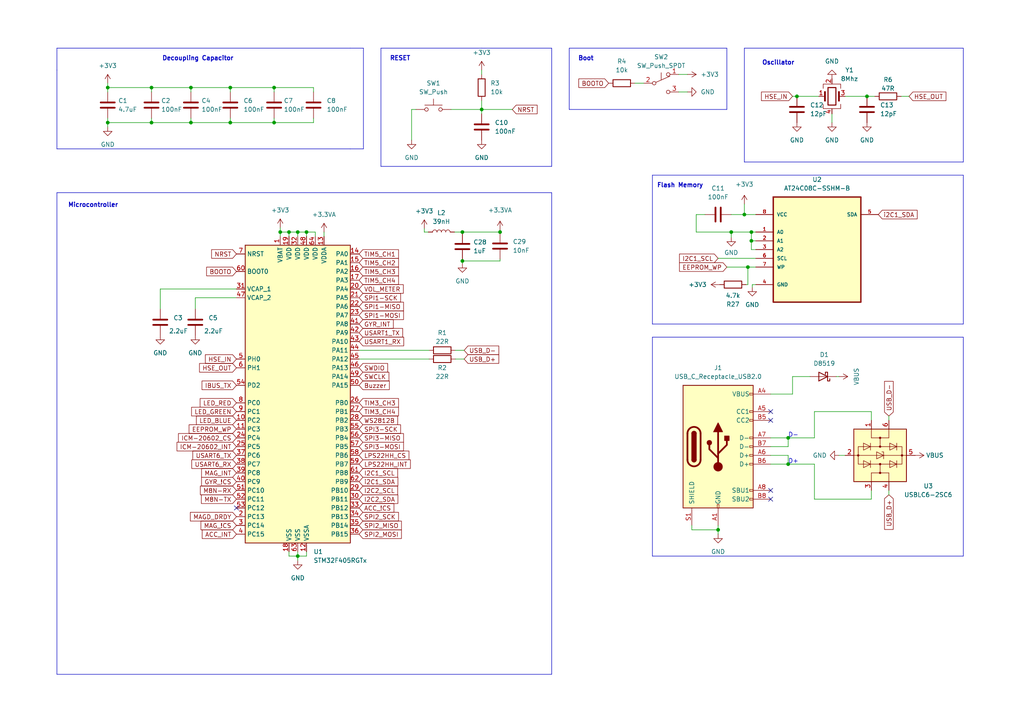
<source format=kicad_sch>
(kicad_sch (version 20230121) (generator eeschema)
  (paper "A4")
  (lib_symbols
    (symbol "AT24C08C-SSHM-B:AT24C08C-SSHM-B" (pin_names (offset 1.016))
      (property "Reference" "U" (at -5.4936 13.5813 0))
      (property "Value" "AT24C08C-SSHM-B" (at -4.7401 -20.617 0))
      (symbol "AT24C08C-SSHM-B_0_0"
        (rectangle (start -12.7 -17.78) (end 12.7 12.7) (stroke (width 0.4064)) (fill (type background)))
        (pin input line (at -17.78 2.54 0) (length 5.08) (name "A0") (number "1"))
        (pin input line (at -17.78 0 0) (length 5.08) (name "A1") (number "2"))
        (pin input line (at -17.78 -2.54 0) (length 5.08) (name "A2") (number "3"))
        (pin passive line (at -17.78 -12.7 0) (length 5.08) (name "GND") (number "4"))
        (pin bidirectional line (at 17.78 7.62 180) (length 5.08) (name "SDA") (number "5"))
        (pin input line (at -17.78 -5.08 0) (length 5.08) (name "SCL") (number "6"))
        (pin input line (at -17.78 -7.62 0) (length 5.08) (name "WP") (number "7"))
        (pin power_in line (at -17.78 7.62 0) (length 5.08) (name "VCC") (number "8"))
      )
    )
    (symbol "Connector:USB_C_Receptacle_USB2.0" (pin_names (offset 1.016))
      (property "Reference" "J" (at -10.16 19.05 0))
      (property "Value" "USB_C_Receptacle_USB2.0" (at 19.05 19.05 0))
      (symbol "USB_C_Receptacle_USB2.0_0_0"
        (rectangle (start -0.254 -17.78) (end 0.254 -16.764))
        (rectangle (start 10.16 -14.986) (end 9.144 -15.494))
        (rectangle (start 10.16 -12.446) (end 9.144 -12.954))
        (rectangle (start 10.16 -4.826) (end 9.144 -5.334))
        (rectangle (start 10.16 -2.286) (end 9.144 -2.794))
        (rectangle (start 10.16 0.254) (end 9.144 -0.254))
        (rectangle (start 10.16 2.794) (end 9.144 2.286))
        (rectangle (start 10.16 7.874) (end 9.144 7.366))
        (rectangle (start 10.16 10.414) (end 9.144 9.906))
        (rectangle (start 10.16 15.494) (end 9.144 14.986))
      )
      (symbol "USB_C_Receptacle_USB2.0_0_1"
        (rectangle (start -10.16 17.78) (end 10.16 -17.78) (stroke (width 0.254)) (fill (type background)))
        (arc (start -8.89 -3.81) (mid -6.985 -5.7067) (end -5.08 -3.81) (stroke (width 0.508)))
        (arc (start -7.62 -3.81) (mid -6.985 -4.4423) (end -6.35 -3.81) (stroke (width 0.254)))
        (arc (start -7.62 -3.81) (mid -6.985 -4.4423) (end -6.35 -3.81) (stroke (width 0.254)) (fill (type outline)))
        (rectangle (start -7.62 -3.81) (end -6.35 3.81) (stroke (width 0.254)) (fill (type outline)))
        (arc (start -6.35 3.81) (mid -6.985 4.4423) (end -7.62 3.81) (stroke (width 0.254)))
        (arc (start -6.35 3.81) (mid -6.985 4.4423) (end -7.62 3.81) (stroke (width 0.254)) (fill (type outline)))
        (arc (start -5.08 3.81) (mid -6.985 5.7067) (end -8.89 3.81) (stroke (width 0.508)))
        (circle (center -2.54 1.143) (radius 0.635) (stroke (width 0.254)) (fill (type outline)))
        (circle (center 0 -5.842) (radius 1.27) (fill (type outline)))
        (polyline (pts (xy -8.89 -3.81) (xy -8.89 3.81)) (stroke (width 0.508)))
        (polyline (pts (xy -5.08 3.81) (xy -5.08 -3.81)) (stroke (width 0.508)))
        (polyline (pts (xy 0 -5.842) (xy 0 4.318)) (stroke (width 0.508)))
        (polyline (pts (xy 0 -3.302) (xy -2.54 -0.762) (xy -2.54 0.508)) (stroke (width 0.508)))
        (polyline (pts (xy 0 -2.032) (xy 2.54 0.508) (xy 2.54 1.778)) (stroke (width 0.508)))
        (polyline (pts (xy -1.27 4.318) (xy 0 6.858) (xy 1.27 4.318) (xy -1.27 4.318)) (stroke (width 0.254)) (fill (type outline)))
        (rectangle (start 1.905 1.778) (end 3.175 3.048) (stroke (width 0.254)) (fill (type outline)))
      )
      (symbol "USB_C_Receptacle_USB2.0_1_1"
        (pin passive line (at 0 -22.86 90) (length 5.08) (name "GND") (number "A1"))
        (pin passive line (at 0 -22.86 90) (length 5.08) hide (name "GND") (number "A12"))
        (pin passive line (at 15.24 15.24 180) (length 5.08) (name "VBUS") (number "A4"))
        (pin bidirectional line (at 15.24 10.16 180) (length 5.08) (name "CC1") (number "A5"))
        (pin bidirectional line (at 15.24 -2.54 180) (length 5.08) (name "D+") (number "A6"))
        (pin bidirectional line (at 15.24 2.54 180) (length 5.08) (name "D-") (number "A7"))
        (pin bidirectional line (at 15.24 -12.7 180) (length 5.08) (name "SBU1") (number "A8"))
        (pin passive line (at 15.24 15.24 180) (length 5.08) hide (name "VBUS") (number "A9"))
        (pin passive line (at 0 -22.86 90) (length 5.08) hide (name "GND") (number "B1"))
        (pin passive line (at 0 -22.86 90) (length 5.08) hide (name "GND") (number "B12"))
        (pin passive line (at 15.24 15.24 180) (length 5.08) hide (name "VBUS") (number "B4"))
        (pin bidirectional line (at 15.24 7.62 180) (length 5.08) (name "CC2") (number "B5"))
        (pin bidirectional line (at 15.24 -5.08 180) (length 5.08) (name "D+") (number "B6"))
        (pin bidirectional line (at 15.24 0 180) (length 5.08) (name "D-") (number "B7"))
        (pin bidirectional line (at 15.24 -15.24 180) (length 5.08) (name "SBU2") (number "B8"))
        (pin passive line (at 15.24 15.24 180) (length 5.08) hide (name "VBUS") (number "B9"))
        (pin passive line (at -7.62 -22.86 90) (length 5.08) (name "SHIELD") (number "S1"))
      )
    )
    (symbol "Device:C" (pin_numbers hide) (pin_names (offset 0.254))
      (property "Reference" "C" (at 0.635 2.54 0))
      (property "Value" "C" (at 0.635 -2.54 0))
      (symbol "C_0_1"
        (polyline (pts (xy -2.032 -0.762) (xy 2.032 -0.762)) (stroke (width 0.508)))
        (polyline (pts (xy -2.032 0.762) (xy 2.032 0.762)) (stroke (width 0.508)))
      )
      (symbol "C_1_1"
        (pin passive line (at 0 3.81 270) (length 2.794) (name "~") (number "1"))
        (pin passive line (at 0 -3.81 90) (length 2.794) (name "~") (number "2"))
      )
    )
    (symbol "Device:Crystal_GND24" (pin_names (offset 1.016) hide)
      (property "Reference" "Y" (at 3.175 5.08 0))
      (property "Value" "Crystal_GND24" (at 3.175 3.175 0))
      (symbol "Crystal_GND24_0_1"
        (rectangle (start -1.143 2.54) (end 1.143 -2.54) (stroke (width 0.3048)))
        (polyline (pts (xy -2.54 0) (xy -2.032 0)))
        (polyline (pts (xy -2.032 -1.27) (xy -2.032 1.27)) (stroke (width 0.508)))
        (polyline (pts (xy 0 -3.81) (xy 0 -3.556)))
        (polyline (pts (xy 0 3.556) (xy 0 3.81)))
        (polyline (pts (xy 2.032 -1.27) (xy 2.032 1.27)) (stroke (width 0.508)))
        (polyline (pts (xy 2.032 0) (xy 2.54 0)))
        (polyline (pts (xy -2.54 -2.286) (xy -2.54 -3.556) (xy 2.54 -3.556) (xy 2.54 -2.286)))
        (polyline (pts (xy -2.54 2.286) (xy -2.54 3.556) (xy 2.54 3.556) (xy 2.54 2.286)))
      )
      (symbol "Crystal_GND24_1_1"
        (pin passive line (at -3.81 0 0) (length 1.27) (name "1") (number "1"))
        (pin passive line (at 0 5.08 270) (length 1.27) (name "2") (number "2"))
        (pin passive line (at 3.81 0 180) (length 1.27) (name "3") (number "3"))
        (pin passive line (at 0 -5.08 90) (length 1.27) (name "4") (number "4"))
      )
    )
    (symbol "Device:L" (pin_numbers hide) (pin_names (offset 1.016) hide)
      (property "Reference" "L" (at -1.27 0 90))
      (property "Value" "L" (at 1.905 0 90))
      (symbol "L_0_1"
        (arc (start 0 -2.54) (mid 0.6323 -1.905) (end 0 -1.27))
        (arc (start 0 -1.27) (mid 0.6323 -0.635) (end 0 0))
        (arc (start 0 0) (mid 0.6323 0.635) (end 0 1.27))
        (arc (start 0 1.27) (mid 0.6323 1.905) (end 0 2.54))
      )
      (symbol "L_1_1"
        (pin passive line (at 0 3.81 270) (length 1.27) (name "1") (number "1"))
        (pin passive line (at 0 -3.81 90) (length 1.27) (name "2") (number "2"))
      )
    )
    (symbol "Device:R" (pin_numbers hide) (pin_names (offset 0))
      (property "Reference" "R" (at 2.032 0 90))
      (property "Value" "R" (at 0 0 90))
      (symbol "R_0_1"
        (rectangle (start -1.016 -2.54) (end 1.016 2.54) (stroke (width 0.254)))
      )
      (symbol "R_1_1"
        (pin passive line (at 0 3.81 270) (length 1.27) (name "~") (number "1"))
        (pin passive line (at 0 -3.81 90) (length 1.27) (name "~") (number "2"))
      )
    )
    (symbol "Diode:C3D10170H" (pin_numbers hide) (pin_names (offset 1.016) hide)
      (property "Reference" "D" (at 0 2.54 0))
      (property "Value" "C3D10170H" (at 0 -2.54 0))
      (symbol "C3D10170H_0_1"
        (polyline (pts (xy 1.27 0) (xy -1.27 0)))
        (polyline (pts (xy 1.27 1.27) (xy 1.27 -1.27) (xy -1.27 0) (xy 1.27 1.27)) (stroke (width 0.254)))
        (polyline (pts (xy -1.905 0.635) (xy -1.905 1.27) (xy -1.27 1.27) (xy -1.27 -1.27) (xy -0.635 -1.27) (xy -0.635 -0.635)) (stroke (width 0.254)))
      )
      (symbol "C3D10170H_1_1"
        (pin passive line (at -3.81 0 0) (length 2.54) (name "K") (number "1"))
        (pin passive line (at 3.81 0 180) (length 2.54) (name "A") (number "2"))
      )
    )
    (symbol "MCU_ST_STM32F4:STM32F405RGTx"
      (property "Reference" "U" (at -15.24 44.45 0))
      (property "Value" "STM32F405RGTx" (at 10.16 44.45 0))
      (symbol "STM32F405RGTx_0_1"
        (rectangle (start -15.24 -43.18) (end 15.24 43.18) (stroke (width 0.254)) (fill (type background)))
      )
      (symbol "STM32F405RGTx_1_1"
        (pin power_in line (at -5.08 45.72 270) (length 2.54) (name "VBAT") (number "1"))
        (pin bidirectional line (at -17.78 -7.62 0) (length 2.54) (name "PC2") (number "10"))
        (pin bidirectional line (at -17.78 -10.16 0) (length 2.54) (name "PC3") (number "11"))
        (pin power_in line (at 2.54 -45.72 90) (length 2.54) (name "VSSA") (number "12"))
        (pin power_in line (at 7.62 45.72 270) (length 2.54) (name "VDDA") (number "13"))
        (pin bidirectional line (at 17.78 40.64 180) (length 2.54) (name "PA0") (number "14"))
        (pin bidirectional line (at 17.78 38.1 180) (length 2.54) (name "PA1") (number "15"))
        (pin bidirectional line (at 17.78 35.56 180) (length 2.54) (name "PA2") (number "16"))
        (pin bidirectional line (at 17.78 33.02 180) (length 2.54) (name "PA3") (number "17"))
        (pin power_in line (at -2.54 -45.72 90) (length 2.54) (name "VSS") (number "18"))
        (pin power_in line (at -2.54 45.72 270) (length 2.54) (name "VDD") (number "19"))
        (pin bidirectional line (at -17.78 -35.56 0) (length 2.54) (name "PC13") (number "2"))
        (pin bidirectional line (at 17.78 30.48 180) (length 2.54) (name "PA4") (number "20"))
        (pin bidirectional line (at 17.78 27.94 180) (length 2.54) (name "PA5") (number "21"))
        (pin bidirectional line (at 17.78 25.4 180) (length 2.54) (name "PA6") (number "22"))
        (pin bidirectional line (at 17.78 22.86 180) (length 2.54) (name "PA7") (number "23"))
        (pin bidirectional line (at -17.78 -12.7 0) (length 2.54) (name "PC4") (number "24"))
        (pin bidirectional line (at -17.78 -15.24 0) (length 2.54) (name "PC5") (number "25"))
        (pin bidirectional line (at 17.78 -2.54 180) (length 2.54) (name "PB0") (number "26"))
        (pin bidirectional line (at 17.78 -5.08 180) (length 2.54) (name "PB1") (number "27"))
        (pin bidirectional line (at 17.78 -7.62 180) (length 2.54) (name "PB2") (number "28"))
        (pin bidirectional line (at 17.78 -27.94 180) (length 2.54) (name "PB10") (number "29"))
        (pin bidirectional line (at -17.78 -38.1 0) (length 2.54) (name "PC14") (number "3"))
        (pin bidirectional line (at 17.78 -30.48 180) (length 2.54) (name "PB11") (number "30"))
        (pin power_in line (at -17.78 30.48 0) (length 2.54) (name "VCAP_1") (number "31"))
        (pin power_in line (at 0 45.72 270) (length 2.54) (name "VDD") (number "32"))
        (pin bidirectional line (at 17.78 -33.02 180) (length 2.54) (name "PB12") (number "33"))
        (pin bidirectional line (at 17.78 -35.56 180) (length 2.54) (name "PB13") (number "34"))
        (pin bidirectional line (at 17.78 -38.1 180) (length 2.54) (name "PB14") (number "35"))
        (pin bidirectional line (at 17.78 -40.64 180) (length 2.54) (name "PB15") (number "36"))
        (pin bidirectional line (at -17.78 -17.78 0) (length 2.54) (name "PC6") (number "37"))
        (pin bidirectional line (at -17.78 -20.32 0) (length 2.54) (name "PC7") (number "38"))
        (pin bidirectional line (at -17.78 -22.86 0) (length 2.54) (name "PC8") (number "39"))
        (pin bidirectional line (at -17.78 -40.64 0) (length 2.54) (name "PC15") (number "4"))
        (pin bidirectional line (at -17.78 -25.4 0) (length 2.54) (name "PC9") (number "40"))
        (pin bidirectional line (at 17.78 20.32 180) (length 2.54) (name "PA8") (number "41"))
        (pin bidirectional line (at 17.78 17.78 180) (length 2.54) (name "PA9") (number "42"))
        (pin bidirectional line (at 17.78 15.24 180) (length 2.54) (name "PA10") (number "43"))
        (pin bidirectional line (at 17.78 12.7 180) (length 2.54) (name "PA11") (number "44"))
        (pin bidirectional line (at 17.78 10.16 180) (length 2.54) (name "PA12") (number "45"))
        (pin bidirectional line (at 17.78 7.62 180) (length 2.54) (name "PA13") (number "46"))
        (pin power_in line (at -17.78 27.94 0) (length 2.54) (name "VCAP_2") (number "47"))
        (pin power_in line (at 2.54 45.72 270) (length 2.54) (name "VDD") (number "48"))
        (pin bidirectional line (at 17.78 5.08 180) (length 2.54) (name "PA14") (number "49"))
        (pin input line (at -17.78 10.16 0) (length 2.54) (name "PH0") (number "5"))
        (pin bidirectional line (at 17.78 2.54 180) (length 2.54) (name "PA15") (number "50"))
        (pin bidirectional line (at -17.78 -27.94 0) (length 2.54) (name "PC10") (number "51"))
        (pin bidirectional line (at -17.78 -30.48 0) (length 2.54) (name "PC11") (number "52"))
        (pin bidirectional line (at -17.78 -33.02 0) (length 2.54) (name "PC12") (number "53"))
        (pin bidirectional line (at -17.78 2.54 0) (length 2.54) (name "PD2") (number "54"))
        (pin bidirectional line (at 17.78 -10.16 180) (length 2.54) (name "PB3") (number "55"))
        (pin bidirectional line (at 17.78 -12.7 180) (length 2.54) (name "PB4") (number "56"))
        (pin bidirectional line (at 17.78 -15.24 180) (length 2.54) (name "PB5") (number "57"))
        (pin bidirectional line (at 17.78 -17.78 180) (length 2.54) (name "PB6") (number "58"))
        (pin bidirectional line (at 17.78 -20.32 180) (length 2.54) (name "PB7") (number "59"))
        (pin input line (at -17.78 7.62 0) (length 2.54) (name "PH1") (number "6"))
        (pin input line (at -17.78 35.56 0) (length 2.54) (name "BOOT0") (number "60"))
        (pin bidirectional line (at 17.78 -22.86 180) (length 2.54) (name "PB8") (number "61"))
        (pin bidirectional line (at 17.78 -25.4 180) (length 2.54) (name "PB9") (number "62"))
        (pin power_in line (at 0 -45.72 90) (length 2.54) (name "VSS") (number "63"))
        (pin power_in line (at 5.08 45.72 270) (length 2.54) (name "VDD") (number "64"))
        (pin input line (at -17.78 40.64 0) (length 2.54) (name "NRST") (number "7"))
        (pin bidirectional line (at -17.78 -2.54 0) (length 2.54) (name "PC0") (number "8"))
        (pin bidirectional line (at -17.78 -5.08 0) (length 2.54) (name "PC1") (number "9"))
      )
    )
    (symbol "Power_Protection:USBLC6-2SC6" (pin_names hide)
      (property "Reference" "U" (at 2.54 8.89 0))
      (property "Value" "USBLC6-2SC6" (at 2.54 -8.89 0))
      (symbol "USBLC6-2SC6_0_1"
        (rectangle (start -7.62 -7.62) (end 7.62 7.62) (stroke (width 0.254)) (fill (type background)))
        (circle (center -5.08 0) (radius 0.254) (fill (type outline)))
        (circle (center -2.54 0) (radius 0.254) (fill (type outline)))
        (rectangle (start -2.54 6.35) (end 2.54 -6.35))
        (circle (center 0 -6.35) (radius 0.254) (fill (type outline)))
        (polyline (pts (xy -5.08 -2.54) (xy -7.62 -2.54)))
        (polyline (pts (xy -5.08 0) (xy -5.08 -2.54)))
        (polyline (pts (xy -5.08 2.54) (xy -7.62 2.54)))
        (polyline (pts (xy -1.524 -2.794) (xy -3.556 -2.794)))
        (polyline (pts (xy -1.524 4.826) (xy -3.556 4.826)))
        (polyline (pts (xy 0 -7.62) (xy 0 -6.35)))
        (polyline (pts (xy 0 -6.35) (xy 0 1.27)))
        (polyline (pts (xy 0 1.27) (xy 0 6.35)))
        (polyline (pts (xy 0 6.35) (xy 0 7.62)))
        (polyline (pts (xy 1.524 -2.794) (xy 3.556 -2.794)))
        (polyline (pts (xy 1.524 4.826) (xy 3.556 4.826)))
        (polyline (pts (xy 5.08 -2.54) (xy 7.62 -2.54)))
        (polyline (pts (xy 5.08 0) (xy 5.08 -2.54)))
        (polyline (pts (xy 5.08 2.54) (xy 7.62 2.54)))
        (polyline (pts (xy -2.54 0) (xy -5.08 0) (xy -5.08 2.54)))
        (polyline (pts (xy 2.54 0) (xy 5.08 0) (xy 5.08 2.54)))
        (polyline (pts (xy -3.556 -4.826) (xy -1.524 -4.826) (xy -2.54 -2.794) (xy -3.556 -4.826)))
        (polyline (pts (xy -3.556 2.794) (xy -1.524 2.794) (xy -2.54 4.826) (xy -3.556 2.794)))
        (polyline (pts (xy -1.016 -1.016) (xy 1.016 -1.016) (xy 0 1.016) (xy -1.016 -1.016)))
        (polyline (pts (xy 1.016 1.016) (xy 0.762 1.016) (xy -1.016 1.016) (xy -1.016 0.508)))
        (polyline (pts (xy 3.556 -4.826) (xy 1.524 -4.826) (xy 2.54 -2.794) (xy 3.556 -4.826)))
        (polyline (pts (xy 3.556 2.794) (xy 1.524 2.794) (xy 2.54 4.826) (xy 3.556 2.794)))
        (circle (center 0 6.35) (radius 0.254) (fill (type outline)))
        (circle (center 2.54 0) (radius 0.254) (fill (type outline)))
        (circle (center 5.08 0) (radius 0.254) (fill (type outline)))
      )
      (symbol "USBLC6-2SC6_1_1"
        (pin passive line (at -10.16 -2.54 0) (length 2.54) (name "I/O1") (number "1"))
        (pin passive line (at 0 -10.16 90) (length 2.54) (name "GND") (number "2"))
        (pin passive line (at 10.16 -2.54 180) (length 2.54) (name "I/O2") (number "3"))
        (pin passive line (at 10.16 2.54 180) (length 2.54) (name "I/O2") (number "4"))
        (pin passive line (at 0 10.16 270) (length 2.54) (name "VBUS") (number "5"))
        (pin passive line (at -10.16 2.54 0) (length 2.54) (name "I/O1") (number "6"))
      )
    )
    (symbol "Switch:SW_Push" (pin_numbers hide) (pin_names (offset 1.016) hide)
      (property "Reference" "SW" (at 1.27 2.54 0))
      (property "Value" "SW_Push" (at 0 -1.524 0))
      (symbol "SW_Push_0_1"
        (circle (center -2.032 0) (radius 0.508))
        (polyline (pts (xy 0 1.27) (xy 0 3.048)))
        (polyline (pts (xy 2.54 1.27) (xy -2.54 1.27)))
        (circle (center 2.032 0) (radius 0.508))
        (pin passive line (at -5.08 0 0) (length 2.54) (name "1") (number "1"))
        (pin passive line (at 5.08 0 180) (length 2.54) (name "2") (number "2"))
      )
    )
    (symbol "Switch:SW_Push_SPDT" (pin_names (offset 0) hide)
      (property "Reference" "SW" (at 0 4.318 0))
      (property "Value" "SW_Push_SPDT" (at 0 -5.08 0))
      (symbol "SW_Push_SPDT_0_0"
        (circle (center -2.032 0) (radius 0.508))
        (polyline (pts (xy 0 1.016) (xy 0 3.048)))
        (circle (center 2.032 -2.54) (radius 0.508))
      )
      (symbol "SW_Push_SPDT_0_1"
        (polyline (pts (xy -1.524 0.254) (xy 2.54 2.032)))
        (circle (center 2.032 2.54) (radius 0.508))
      )
      (symbol "SW_Push_SPDT_1_1"
        (pin passive line (at 5.08 2.54 180) (length 2.54) (name "A") (number "1"))
        (pin passive line (at -5.08 0 0) (length 2.54) (name "B") (number "2"))
        (pin passive line (at 5.08 -2.54 180) (length 2.54) (name "C") (number "3"))
      )
    )
    (symbol "power:+3.3V" (power) (pin_names (offset 0))
      (property "Value" "+3.3V" (at 0 3.556 0))
      (symbol "+3.3V_0_1"
        (polyline (pts (xy -0.762 1.27) (xy 0 2.54)))
        (polyline (pts (xy 0 0) (xy 0 2.54)))
        (polyline (pts (xy 0 2.54) (xy 0.762 1.27)))
      )
      (symbol "+3.3V_1_1"
        (pin power_in line (at 0 0 90) (length 0) hide (name "+3V3") (number "1"))
      )
    )
    (symbol "power:+3.3VA" (power) (pin_names (offset 0))
      (property "Value" "+3.3VA" (at 0 3.556 0))
      (symbol "+3.3VA_0_1"
        (polyline (pts (xy -0.762 1.27) (xy 0 2.54)))
        (polyline (pts (xy 0 0) (xy 0 2.54)))
        (polyline (pts (xy 0 2.54) (xy 0.762 1.27)))
      )
      (symbol "+3.3VA_1_1"
        (pin power_in line (at 0 0 90) (length 0) hide (name "+3.3VA") (number "1"))
      )
    )
    (symbol "power:GND" (power) (pin_names (offset 0))
      (property "Value" "GND" (at 0 -3.81 0))
      (symbol "GND_0_1"
        (polyline (pts (xy 0 0) (xy 0 -1.27) (xy 1.27 -1.27) (xy 0 -2.54) (xy -1.27 -1.27) (xy 0 -1.27)))
      )
      (symbol "GND_1_1"
        (pin power_in line (at 0 0 270) (length 0) hide (name "GND") (number "1"))
      )
    )
    (symbol "power:VBUS" (power) (pin_names (offset 0))
      (property "Value" "VBUS" (at 0 3.81 0))
      (symbol "VBUS_0_1"
        (polyline (pts (xy -0.762 1.27) (xy 0 2.54)))
        (polyline (pts (xy 0 0) (xy 0 2.54)))
        (polyline (pts (xy 0 2.54) (xy 0.762 1.27)))
      )
      (symbol "VBUS_1_1"
        (pin power_in line (at 0 0 90) (length 0) hide (name "VBUS") (number "1"))
      )
    )
  )
  (junction (at 215.9 62.23))
  (junction (at 134.112 67.31))
  (junction (at 212.09 67.31))
  (junction (at 217.932 67.31))
  (junction (at 43.942 35.56))
  (junction (at 43.942 25.4))
  (junction (at 55.372 25.4))
  (junction (at 86.36 67.31))
  (junction (at 66.802 25.4))
  (junction (at 134.112 75.692))
  (junction (at 139.7 31.75))
  (junction (at 81.28 67.31))
  (junction (at 66.802 35.56))
  (junction (at 79.502 35.56))
  (junction (at 55.372 35.56))
  (junction (at 228.6 127))
  (junction (at 86.36 161.29))
  (junction (at 88.9 67.31))
  (junction (at 208.28 153.67))
  (junction (at 31.242 35.56))
  (junction (at 79.502 25.4))
  (junction (at 31.242 25.4))
  (junction (at 231.14 27.94))
  (junction (at 228.6 134.62))
  (junction (at 251.46 27.94))
  (junction (at 83.82 67.31))
  (junction (at 145.034 67.31))
  (junction (at 217.932 69.85))
  (junction (at 216.916 77.47))
  (no_connect (at 223.52 142.24))
  (no_connect (at 223.52 119.38))
  (no_connect (at 223.52 144.78))
  (no_connect (at 223.52 121.92))
  (no_connect (at 68.58 147.32))
  (polyline (pts (xy 101.6 13.97) (xy 105.41 13.97)))
  (wire (pts (xy 43.942 25.4) (xy 55.372 25.4)))
  (wire (pts (xy 252.73 144.78) (xy 252.73 142.24)))
  (wire (pts (xy 200.66 153.67) (xy 208.28 153.67)))
  (polyline (pts (xy 279.4 161.29) (xy 279.4 97.79)))
  (wire (pts (xy 223.52 127) (xy 228.6 127)))
  (wire (pts (xy 261.366 27.94) (xy 263.652 27.94)))
  (polyline (pts (xy 160.02 195.58) (xy 160.02 55.88)))
  (wire (pts (xy 251.46 27.94) (xy 253.746 27.94)))
  (wire (pts (xy 130.81 31.75) (xy 139.7 31.75)))
  (wire (pts (xy 31.242 34.29) (xy 31.242 35.56)))
  (wire (pts (xy 184.15 24.13) (xy 186.69 24.13)))
  (wire (pts (xy 90.932 25.4) (xy 90.932 26.67)))
  (wire (pts (xy 83.82 67.31) (xy 86.36 67.31)))
  (polyline (pts (xy 189.23 50.8) (xy 279.4 50.8)))
  (wire (pts (xy 91.44 67.31) (xy 91.44 68.58)))
  (wire (pts (xy 43.942 34.29) (xy 43.942 35.56)))
  (wire (pts (xy 145.034 67.31) (xy 145.034 67.564)))
  (wire (pts (xy 31.242 35.56) (xy 43.942 35.56)))
  (wire (pts (xy 216.916 77.47) (xy 219.202 77.47)))
  (wire (pts (xy 243.332 132.08) (xy 245.11 132.08)))
  (wire (pts (xy 208.28 74.93) (xy 219.202 74.93)))
  (polyline (pts (xy 16.51 13.97) (xy 16.51 20.32)))
  (wire (pts (xy 88.9 161.29) (xy 88.9 160.02)))
  (wire (pts (xy 236.22 134.62) (xy 236.22 144.78)))
  (wire (pts (xy 43.942 25.4) (xy 43.942 26.67)))
  (wire (pts (xy 88.9 67.31) (xy 91.44 67.31)))
  (wire (pts (xy 215.9 59.182) (xy 215.9 62.23)))
  (polyline (pts (xy 110.49 48.26) (xy 160.02 48.26)))
  (wire (pts (xy 236.22 119.38) (xy 252.73 119.38)))
  (wire (pts (xy 31.242 25.4) (xy 43.942 25.4)))
  (polyline (pts (xy 165.1 13.97) (xy 210.82 13.97)))
  (polyline (pts (xy 105.41 13.97) (xy 105.41 43.18)))
  (wire (pts (xy 139.7 29.21) (xy 139.7 31.75)))
  (wire (pts (xy 217.932 69.85) (xy 219.202 69.85)))
  (polyline (pts (xy 16.51 20.32) (xy 16.51 43.18)))
  (wire (pts (xy 83.82 160.02) (xy 83.82 161.29)))
  (wire (pts (xy 132.08 101.6) (xy 134.62 101.6)))
  (wire (pts (xy 134.112 75.692) (xy 134.112 75.311)))
  (wire (pts (xy 217.932 69.85) (xy 217.932 72.39)))
  (wire (pts (xy 217.932 72.39) (xy 219.202 72.39)))
  (wire (pts (xy 245.11 27.94) (xy 251.46 27.94)))
  (wire (pts (xy 55.372 35.56) (xy 66.802 35.56)))
  (polyline (pts (xy 189.23 93.98) (xy 189.23 50.8)))
  (polyline (pts (xy 16.51 43.18) (xy 101.6 43.18)))
  (polyline (pts (xy 279.4 93.98) (xy 189.23 93.98)))
  (wire (pts (xy 212.09 67.31) (xy 212.09 68.834)))
  (wire (pts (xy 139.7 20.32) (xy 139.7 21.59)))
  (wire (pts (xy 81.28 67.31) (xy 83.82 67.31)))
  (polyline (pts (xy 279.4 13.97) (xy 215.9 13.97)))
  (wire (pts (xy 212.09 62.23) (xy 215.9 62.23)))
  (wire (pts (xy 139.7 31.75) (xy 148.59 31.75)))
  (wire (pts (xy 132.08 104.14) (xy 134.62 104.14)))
  (wire (pts (xy 104.14 104.14) (xy 124.46 104.14)))
  (wire (pts (xy 83.82 161.29) (xy 86.36 161.29)))
  (wire (pts (xy 208.28 152.4) (xy 208.28 153.67)))
  (wire (pts (xy 229.87 114.3) (xy 229.87 109.22)))
  (wire (pts (xy 123.063 67.31) (xy 124.206 67.31)))
  (polyline (pts (xy 279.4 50.8) (xy 279.4 93.98)))
  (wire (pts (xy 123.063 66.294) (xy 123.063 67.31)))
  (wire (pts (xy 55.372 25.4) (xy 66.802 25.4)))
  (wire (pts (xy 228.6 127) (xy 236.22 127)))
  (polyline (pts (xy 210.82 13.97) (xy 210.82 31.75)))
  (wire (pts (xy 200.66 152.4) (xy 200.66 153.67)))
  (wire (pts (xy 216.408 82.55) (xy 216.916 82.55)))
  (wire (pts (xy 104.14 101.6) (xy 124.46 101.6)))
  (polyline (pts (xy 139.7 13.97) (xy 110.49 13.97)))
  (wire (pts (xy 93.98 67.31) (xy 93.98 68.58)))
  (wire (pts (xy 201.93 62.23) (xy 204.47 62.23)))
  (wire (pts (xy 145.034 75.692) (xy 134.112 75.692)))
  (wire (pts (xy 31.242 24.13) (xy 31.242 25.4)))
  (wire (pts (xy 131.826 67.31) (xy 134.112 67.31)))
  (wire (pts (xy 79.502 34.29) (xy 79.502 35.56)))
  (wire (pts (xy 219.202 82.55) (xy 218.186 82.55)))
  (polyline (pts (xy 160.02 13.97) (xy 160.02 46.99)))
  (wire (pts (xy 55.372 34.29) (xy 55.372 35.56)))
  (wire (pts (xy 145.034 75.184) (xy 145.034 75.692)))
  (wire (pts (xy 252.73 119.38) (xy 252.73 121.92)))
  (wire (pts (xy 66.802 34.29) (xy 66.802 35.56)))
  (wire (pts (xy 119.38 31.75) (xy 120.65 31.75)))
  (wire (pts (xy 201.93 62.23) (xy 201.93 67.31)))
  (wire (pts (xy 134.112 67.31) (xy 145.034 67.31)))
  (wire (pts (xy 81.28 68.58) (xy 81.28 67.31)))
  (polyline (pts (xy 279.4 46.99) (xy 279.4 13.97)))
  (wire (pts (xy 223.52 134.62) (xy 228.6 134.62)))
  (wire (pts (xy 228.6 134.62) (xy 236.22 134.62)))
  (wire (pts (xy 223.52 129.54) (xy 228.6 129.54)))
  (polyline (pts (xy 215.9 46.99) (xy 279.4 46.99)))
  (wire (pts (xy 229.87 27.94) (xy 231.14 27.94)))
  (wire (pts (xy 56.642 86.36) (xy 56.642 89.662)))
  (wire (pts (xy 257.81 120.65) (xy 257.81 121.92)))
  (wire (pts (xy 229.87 109.22) (xy 234.95 109.22)))
  (wire (pts (xy 66.802 35.56) (xy 79.502 35.56)))
  (wire (pts (xy 228.6 129.54) (xy 228.6 127)))
  (polyline (pts (xy 160.02 48.26) (xy 160.02 46.99)))
  (wire (pts (xy 31.242 26.67) (xy 31.242 25.4)))
  (wire (pts (xy 66.802 25.4) (xy 79.502 25.4)))
  (polyline (pts (xy 110.49 13.97) (xy 110.49 48.26)))
  (polyline (pts (xy 160.02 55.88) (xy 16.51 55.88)))
  (wire (pts (xy 68.58 83.82) (xy 46.482 83.82)))
  (wire (pts (xy 79.502 35.56) (xy 90.932 35.56)))
  (polyline (pts (xy 189.23 161.29) (xy 279.4 161.29)))
  (wire (pts (xy 81.28 66.04) (xy 81.28 67.31)))
  (wire (pts (xy 88.9 67.31) (xy 88.9 68.58)))
  (wire (pts (xy 119.38 40.64) (xy 119.38 31.75)))
  (wire (pts (xy 228.6 132.08) (xy 228.6 134.62)))
  (wire (pts (xy 201.93 67.31) (xy 212.09 67.31)))
  (polyline (pts (xy 165.1 31.75) (xy 165.1 13.97)))
  (wire (pts (xy 223.52 132.08) (xy 228.6 132.08)))
  (polyline (pts (xy 101.6 13.97) (xy 16.51 13.97)))
  (wire (pts (xy 236.22 127) (xy 236.22 119.38)))
  (wire (pts (xy 139.7 31.75) (xy 139.7 33.02)))
  (wire (pts (xy 134.112 75.692) (xy 134.112 76.454)))
  (wire (pts (xy 90.932 34.29) (xy 90.932 35.56)))
  (wire (pts (xy 145.034 66.675) (xy 145.034 67.31)))
  (wire (pts (xy 217.932 67.31) (xy 217.932 69.85)))
  (wire (pts (xy 212.09 67.31) (xy 217.932 67.31)))
  (wire (pts (xy 43.942 35.56) (xy 55.372 35.56)))
  (wire (pts (xy 241.3 33.02) (xy 241.3 35.56)))
  (wire (pts (xy 79.502 25.4) (xy 79.502 26.67)))
  (wire (pts (xy 215.9 62.23) (xy 219.202 62.23)))
  (wire (pts (xy 223.52 114.3) (xy 229.87 114.3)))
  (wire (pts (xy 231.14 27.94) (xy 237.49 27.94)))
  (wire (pts (xy 86.36 161.29) (xy 88.9 161.29)))
  (wire (pts (xy 196.85 21.59) (xy 199.39 21.59)))
  (wire (pts (xy 86.36 161.29) (xy 86.36 162.56)))
  (wire (pts (xy 210.82 77.47) (xy 216.916 77.47)))
  (polyline (pts (xy 16.51 195.58) (xy 160.02 195.58)))
  (wire (pts (xy 134.112 67.691) (xy 134.112 67.31)))
  (wire (pts (xy 68.58 86.36) (xy 56.642 86.36)))
  (wire (pts (xy 219.202 67.31) (xy 217.932 67.31)))
  (wire (pts (xy 208.28 153.67) (xy 208.28 154.94)))
  (polyline (pts (xy 279.4 97.79) (xy 189.23 97.79)))
  (wire (pts (xy 236.22 144.78) (xy 252.73 144.78)))
  (polyline (pts (xy 16.51 55.88) (xy 16.51 195.58)))
  (wire (pts (xy 66.802 25.4) (xy 66.802 26.67)))
  (wire (pts (xy 46.482 83.82) (xy 46.482 89.662)))
  (wire (pts (xy 31.242 35.56) (xy 31.242 36.83)))
  (wire (pts (xy 196.85 26.67) (xy 199.39 26.67)))
  (wire (pts (xy 242.57 109.22) (xy 243.332 109.22)))
  (wire (pts (xy 257.81 142.24) (xy 257.81 143.51)))
  (wire (pts (xy 86.36 67.31) (xy 88.9 67.31)))
  (wire (pts (xy 86.36 160.02) (xy 86.36 161.29)))
  (polyline (pts (xy 215.9 13.97) (xy 215.9 46.99)))
  (wire (pts (xy 218.186 82.55) (xy 218.186 83.312)))
  (wire (pts (xy 55.372 25.4) (xy 55.372 26.67)))
  (wire (pts (xy 79.502 25.4) (xy 90.932 25.4)))
  (wire (pts (xy 216.916 77.47) (xy 216.916 82.55)))
  (polyline (pts (xy 210.82 31.75) (xy 165.1 31.75)))
  (polyline (pts (xy 189.23 97.79) (xy 189.23 161.29)))
  (wire (pts (xy 86.36 67.31) (xy 86.36 68.58)))
  (wire (pts (xy 83.82 67.31) (xy 83.82 68.58)))
  (polyline (pts (xy 105.41 43.18) (xy 101.6 43.18)))
  (polyline (pts (xy 139.7 13.97) (xy 160.02 13.97)))
  (text "Decoupling Capacitor" (at 46.99 17.78 0) (effects (font (size 1.27 1.27) (thickness 0.254) bold) (justify left bottom)))
  (text "Flash Memory" (at 190.5 54.61 0) (effects (font (size 1.27 1.27) (thickness 0.254) bold) (justify left bottom)))
  (text "D-" (at 228.6 127 0) (effects (font (size 1.27 1.27)) (justify left bottom)))
  (text "D+" (at 228.6 134.62 0) (effects (font (size 1.27 1.27)) (justify left bottom)))
  (text "RESET\n" (at 113.03 17.78 0) (effects (font (size 1.27 1.27) bold) (justify left bottom)))
  (text "Oscillator" (at 220.98 19.05 0) (effects (font (size 1.27 1.27) (thickness 0.254) bold) (justify left bottom)))
  (text "Microcontroller" (at 19.685 60.325 0) (effects (font (size 1.27 1.27) bold) (justify left bottom)))
  (text "Boot" (at 167.64 17.78 0) (effects (font (size 1.27 1.27) bold) (justify left bottom)))
  (global_label "WS2812B" (shape input) (at 104.14 121.92 0) (property "Intersheetrefs" "${INTERSHEET_REFS}" (effects hide)))
  (global_label "SPI2_MISO" (shape input) (at 104.14 152.4 0) (property "Intersheetrefs" "${INTERSHEET_REFS}" (effects hide)))
  (global_label "MAG_INT" (shape input) (at 68.58 137.16 180) (property "Intersheetrefs" "${INTERSHEET_REFS}" (effects hide)))
  (global_label "SPI3-MOSI" (shape input) (at 104.14 129.54 0) (property "Intersheetrefs" "${INTERSHEET_REFS}" (effects hide)))
  (global_label "USART6_RX" (shape input) (at 68.58 134.62 180) (property "Intersheetrefs" "${INTERSHEET_REFS}" (effects hide)))
  (global_label "HSE_IN" (shape input) (at 229.87 27.94 180) (property "Intersheetrefs" "${INTERSHEET_REFS}" (effects hide)))
  (global_label "TIM3_CH3" (shape input) (at 104.14 116.84 0) (property "Intersheetrefs" "${INTERSHEET_REFS}" (effects hide)))
  (global_label "NRST" (shape input) (at 148.59 31.75 0) (property "Intersheetrefs" "${INTERSHEET_REFS}" (effects hide)))
  (global_label "Buzzer" (shape input) (at 104.14 111.76 0) (property "Intersheetrefs" "${INTERSHEET_REFS}" (effects hide)))
  (global_label "USB_D-" (shape input) (at 257.81 120.65 90) (property "Intersheetrefs" "${INTERSHEET_REFS}" (effects hide)))
  (global_label "I2C1_SCL" (shape input) (at 104.14 137.16 0) (property "Intersheetrefs" "${INTERSHEET_REFS}" (effects hide)))
  (global_label "USB_D-" (shape input) (at 134.62 101.6 0) (property "Intersheetrefs" "${INTERSHEET_REFS}" (effects hide)))
  (global_label "M8N-TX" (shape input) (at 68.58 144.78 180) (property "Intersheetrefs" "${INTERSHEET_REFS}" (effects hide)))
  (global_label "LED_RED" (shape input) (at 68.58 116.84 180) (property "Intersheetrefs" "${INTERSHEET_REFS}" (effects hide)))
  (global_label "EEPROM_WP" (shape input) (at 68.58 124.46 180) (property "Intersheetrefs" "${INTERSHEET_REFS}" (effects hide)))
  (global_label "TIM3_CH4" (shape input) (at 104.14 119.38 0) (property "Intersheetrefs" "${INTERSHEET_REFS}" (effects hide)))
  (global_label "EEPROM_WP" (shape input) (at 210.82 77.47 180) (property "Intersheetrefs" "${INTERSHEET_REFS}" (effects hide)))
  (global_label "HSE_IN" (shape input) (at 68.58 104.14 180) (property "Intersheetrefs" "${INTERSHEET_REFS}" (effects hide)))
  (global_label "VOL_METER" (shape input) (at 104.14 83.82 0) (property "Intersheetrefs" "${INTERSHEET_REFS}" (effects hide)))
  (global_label "M8N-RX" (shape input) (at 68.58 142.24 180) (property "Intersheetrefs" "${INTERSHEET_REFS}" (effects hide)))
  (global_label "SPI3-SCK" (shape input) (at 104.14 124.46 0) (property "Intersheetrefs" "${INTERSHEET_REFS}" (effects hide)))
  (global_label "GYR_!CS" (shape input) (at 68.58 139.7 180) (property "Intersheetrefs" "${INTERSHEET_REFS}" (effects hide)))
  (global_label "GYR_INT" (shape input) (at 104.14 93.98 0) (property "Intersheetrefs" "${INTERSHEET_REFS}" (effects hide)))
  (global_label "SWCLK" (shape input) (at 104.14 109.22 0) (property "Intersheetrefs" "${INTERSHEET_REFS}" (effects hide)))
  (global_label "LPS22HH_INT" (shape input) (at 104.14 134.62 0) (property "Intersheetrefs" "${INTERSHEET_REFS}" (effects hide)))
  (global_label "I2C2_SCL" (shape input) (at 104.14 142.24 0) (property "Intersheetrefs" "${INTERSHEET_REFS}" (effects hide)))
  (global_label "SPI2_SCK" (shape input) (at 104.14 149.86 0) (property "Intersheetrefs" "${INTERSHEET_REFS}" (effects hide)))
  (global_label "HSE_OUT" (shape input) (at 68.58 106.68 180) (property "Intersheetrefs" "${INTERSHEET_REFS}" (effects hide)))
  (global_label "USART1_TX" (shape input) (at 104.14 96.52 0) (property "Intersheetrefs" "${INTERSHEET_REFS}" (effects hide)))
  (global_label "LED_GREEN" (shape input) (at 68.58 119.38 180) (property "Intersheetrefs" "${INTERSHEET_REFS}" (effects hide)))
  (global_label "i2C1_SDA" (shape input) (at 104.14 139.7 0) (property "Intersheetrefs" "${INTERSHEET_REFS}" (effects hide)))
  (global_label "BOOTO" (shape input) (at 68.58 78.74 180) (property "Intersheetrefs" "${INTERSHEET_REFS}" (effects hide)))
  (global_label "LPS22HH_CS" (shape input) (at 104.14 132.08 0) (property "Intersheetrefs" "${INTERSHEET_REFS}" (effects hide)))
  (global_label "TIM5_CH3" (shape input) (at 104.14 78.74 0) (property "Intersheetrefs" "${INTERSHEET_REFS}" (effects hide)))
  (global_label "LED_BLUE" (shape input) (at 68.58 121.92 180) (property "Intersheetrefs" "${INTERSHEET_REFS}" (effects hide)))
  (global_label "TIM5_CH1" (shape input) (at 104.14 73.66 0) (property "Intersheetrefs" "${INTERSHEET_REFS}" (effects hide)))
  (global_label "BOOTO" (shape input) (at 176.53 24.13 180) (property "Intersheetrefs" "${INTERSHEET_REFS}" (effects hide)))
  (global_label "NRST" (shape input) (at 68.58 73.66 180) (property "Intersheetrefs" "${INTERSHEET_REFS}" (effects hide)))
  (global_label "SPI1-MISO" (shape input) (at 104.14 88.9 0) (property "Intersheetrefs" "${INTERSHEET_REFS}" (effects hide)))
  (global_label "IBUS_TX" (shape input) (at 68.58 111.76 180) (property "Intersheetrefs" "${INTERSHEET_REFS}" (effects hide)))
  (global_label "USART1_RX" (shape input) (at 104.14 99.06 0) (property "Intersheetrefs" "${INTERSHEET_REFS}" (effects hide)))
  (global_label "TIM5_CH2" (shape input) (at 104.14 76.2 0) (property "Intersheetrefs" "${INTERSHEET_REFS}" (effects hide)))
  (global_label "i2C1_SDA" (shape input) (at 254.762 62.23 0) (property "Intersheetrefs" "${INTERSHEET_REFS}" (effects hide)))
  (global_label "USART6_TX" (shape input) (at 68.58 132.08 180) (property "Intersheetrefs" "${INTERSHEET_REFS}" (effects hide)))
  (global_label "USB_D+" (shape input) (at 257.81 143.51 270) (property "Intersheetrefs" "${INTERSHEET_REFS}" (effects hide)))
  (global_label "MAG_!CS" (shape input) (at 68.58 152.4 180) (property "Intersheetrefs" "${INTERSHEET_REFS}" (effects hide)))
  (global_label "ICM-20602_INT" (shape input) (at 68.58 129.54 180) (property "Intersheetrefs" "${INTERSHEET_REFS}" (effects hide)))
  (global_label "I2C1_SCL" (shape input) (at 208.28 74.93 180) (property "Intersheetrefs" "${INTERSHEET_REFS}" (effects hide)))
  (global_label "MAGD_DRDY" (shape input) (at 68.58 149.86 180) (property "Intersheetrefs" "${INTERSHEET_REFS}" (effects hide)))
  (global_label "USB_D+" (shape input) (at 134.62 104.14 0) (property "Intersheetrefs" "${INTERSHEET_REFS}" (effects hide)))
  (global_label "SPI1-MOSI" (shape input) (at 104.14 91.44 0) (property "Intersheetrefs" "${INTERSHEET_REFS}" (effects hide)))
  (global_label "ACC_!CS" (shape input) (at 104.14 147.32 0) (property "Intersheetrefs" "${INTERSHEET_REFS}" (effects hide)))
  (global_label "SWDIO" (shape input) (at 104.14 106.68 0) (property "Intersheetrefs" "${INTERSHEET_REFS}" (effects hide)))
  (global_label "SPI2_MOSI" (shape input) (at 104.14 154.94 0) (property "Intersheetrefs" "${INTERSHEET_REFS}" (effects hide)))
  (global_label "TIM5_CH4" (shape input) (at 104.14 81.28 0) (property "Intersheetrefs" "${INTERSHEET_REFS}" (effects hide)))
  (global_label "HSE_OUT" (shape input) (at 263.652 27.94 0) (property "Intersheetrefs" "${INTERSHEET_REFS}" (effects hide)))
  (global_label "SPI1-SCK" (shape input) (at 104.14 86.36 0) (property "Intersheetrefs" "${INTERSHEET_REFS}" (effects hide)))
  (global_label "ACC_INT" (shape input) (at 68.58 154.94 180) (property "Intersheetrefs" "${INTERSHEET_REFS}" (effects hide)))
  (global_label "SPI3-MISO" (shape input) (at 104.14 127 0) (property "Intersheetrefs" "${INTERSHEET_REFS}" (effects hide)))
  (global_label "I2C2_SDA" (shape input) (at 104.14 144.78 0) (property "Intersheetrefs" "${INTERSHEET_REFS}" (effects hide)))
  (global_label "ICM-20602_CS" (shape input) (at 68.58 127 180) (property "Intersheetrefs" "${INTERSHEET_REFS}" (effects hide)))
  (symbol (lib_id "power:GND") (at 139.7 40.64 0) (unit 1)
    (property "Reference" "#PWR09" (effects hide))
    (property "Value" "GND" (at 139.7 45.72 0))
  )
  (symbol (lib_id "power:+3.3V") (at 139.7 20.32 0) (unit 1)
    (property "Reference" "#PWR08" (effects hide))
    (property "Value" "+3.3V" (at 139.7 15.24 0))
  )
  (symbol (lib_id "Power_Protection:USBLC6-2SC6") (at 255.27 132.08 270) (unit 1)
    (property "Reference" "U3" (at 269.24 140.97 90))
    (property "Value" "USBLC6-2SC6" (at 269.24 143.51 90))
    (property "Footprint" "Package_TO_SOT_SMD:SOT-23-6" (effects hide))
    (property "Datasheet" "https://www.st.com/resource/en/datasheet/usblc6-2.pdf" (effects hide))
  )
  (symbol (lib_id "power:+3.3V") (at 199.39 21.59 270) (unit 1)
    (property "Reference" "#PWR010" (effects hide))
    (property "Value" "+3.3V" (at 203.2 21.5899 90) (effects (justify left)))
  )
  (symbol (lib_id "Device:C") (at 79.502 30.48 0) (unit 1)
    (property "Reference" "C7" (at 82.296 29.21 0) (effects (justify left)))
    (property "Value" "100nF" (at 82.296 31.75 0) (effects (justify left)))
    (property "Footprint" "Capacitor_SMD:C_0603_1608Metric" (effects hide))
  )
  (symbol (lib_id "Switch:SW_Push_SPDT") (at 191.77 24.13 0) (unit 1)
    (property "Reference" "SW2" (at 191.77 16.51 0))
    (property "Value" "SW_Push_SPDT" (at 191.77 19.05 0))
    (property "Footprint" "Button_Switch_SMD:SW_SPDT_PCM12" (effects hide))
  )
  (symbol (lib_id "Device:C") (at 90.932 30.48 0) (unit 1)
    (property "Reference" "C8" (at 94.742 29.2099 0) (effects (justify left)))
    (property "Value" "100nF" (at 94.742 31.7499 0) (effects (justify left)))
    (property "Footprint" "Capacitor_SMD:C_0603_1608Metric" (effects hide))
  )
  (symbol (lib_id "power:+3.3V") (at 208.788 82.55 90) (unit 1)
    (property "Reference" "#PWR023" (effects hide))
    (property "Value" "+3.3V" (at 204.978 82.5501 90) (effects (justify left)))
  )
  (symbol (lib_id "power:GND") (at 199.39 26.67 90) (unit 1)
    (property "Reference" "#PWR011" (effects hide))
    (property "Value" "GND" (at 203.2 26.6699 90) (effects (justify right)))
  )
  (symbol (lib_id "Device:C") (at 43.942 30.48 0) (unit 1)
    (property "Reference" "C2" (at 46.736 29.21 0) (effects (justify left)))
    (property "Value" "100nF" (at 46.736 31.75 0) (effects (justify left)))
    (property "Footprint" "Capacitor_SMD:C_0603_1608Metric" (effects hide))
  )
  (symbol (lib_id "power:+3.3VA") (at 93.98 67.31 0) (unit 1)
    (property "Reference" "#PWR0105" (effects hide))
    (property "Value" "+3.3VA" (at 93.98 62.23 0))
  )
  (symbol (lib_id "power:GND") (at 212.09 68.834 0) (unit 1)
    (property "Reference" "#PWR013" (effects hide))
    (property "Value" "GND" (at 212.09 73.279 0))
  )
  (symbol (lib_id "power:GND") (at 243.332 132.08 270) (unit 1)
    (property "Reference" "#PWR019" (effects hide))
    (property "Value" "GND" (at 235.712 132.08 90) (effects (justify left)))
  )
  (symbol (lib_id "power:+3.3V") (at 215.9 59.182 0) (unit 1)
    (property "Reference" "#PWR016" (effects hide))
    (property "Value" "+3.3V" (at 215.9 53.467 0))
  )
  (symbol (lib_id "Switch:SW_Push") (at 125.73 31.75 0) (unit 1)
    (property "Reference" "SW1" (at 125.73 24.13 0))
    (property "Value" "SW_Push" (at 125.73 26.67 0))
    (property "Footprint" "Button_Switch_SMD:SW_SPST_TL3305B" (effects hide))
  )
  (symbol (lib_id "Device:C") (at 208.28 62.23 90) (unit 1)
    (property "Reference" "C11" (at 208.28 54.61 90))
    (property "Value" "100nF" (at 208.28 57.15 90))
    (property "Footprint" "Capacitor_SMD:C_0603_1608Metric" (effects hide))
  )
  (symbol (lib_id "Device:C") (at 66.802 30.48 0) (unit 1)
    (property "Reference" "C6" (at 70.612 29.2099 0) (effects (justify left)))
    (property "Value" "100nF" (at 70.612 31.7499 0) (effects (justify left)))
    (property "Footprint" "Capacitor_SMD:C_0603_1608Metric" (effects hide))
  )
  (symbol (lib_id "power:GND") (at 56.642 97.282 0) (unit 1)
    (property "Reference" "#PWR04" (effects hide))
    (property "Value" "GND" (at 56.642 102.362 0))
  )
  (symbol (lib_id "power:GND") (at 231.14 35.56 0) (unit 1)
    (property "Reference" "#PWR014" (effects hide))
    (property "Value" "GND" (at 231.14 40.64 0))
  )
  (symbol (lib_id "MCU_ST_STM32F4:STM32F405RGTx") (at 86.36 114.3 0) (unit 1)
    (property "Reference" "U1" (at 90.9194 160.02 0) (effects (justify left)))
    (property "Value" "STM32F405RGTx" (at 90.9194 162.56 0) (effects (justify left)))
    (property "Footprint" "Package_QFP:LQFP-64_10x10mm_P0.5mm" (effects hide))
    (property "Datasheet" "http://www.st.com/st-web-ui/static/active/en/resource/technical/document/datasheet/DM00037051.pdf" (effects hide))
  )
  (symbol (lib_id "Device:C") (at 251.46 31.75 0) (unit 1)
    (property "Reference" "C13" (at 255.27 30.4799 0) (effects (justify left)))
    (property "Value" "12pF" (at 255.27 33.0199 0) (effects (justify left)))
    (property "Footprint" "Capacitor_SMD:C_0603_1608Metric" (effects hide))
  )
  (symbol (lib_id "Device:C") (at 46.482 93.472 0) (unit 1)
    (property "Reference" "C3" (at 50.292 92.2019 0) (effects (justify left)))
    (property "Value" "2.2uF" (at 49.022 96.012 0) (effects (justify left)))
    (property "Footprint" "Capacitor_SMD:C_0603_1608Metric" (effects hide))
  )
  (symbol (lib_id "Device:R") (at 128.27 101.6 90) (unit 1)
    (property "Reference" "R1" (at 128.27 96.52 90))
    (property "Value" "22R" (at 128.27 99.06 90))
    (property "Footprint" "Resistor_SMD:R_0603_1608Metric" (effects hide))
  )
  (symbol (lib_id "Device:R") (at 128.27 104.14 90) (unit 1)
    (property "Reference" "R2" (at 128.27 106.68 90))
    (property "Value" "22R" (at 128.27 109.22 90))
    (property "Footprint" "Resistor_SMD:R_0603_1608Metric" (effects hide))
  )
  (symbol (lib_id "Device:R") (at 212.598 82.55 270) (unit 1)
    (property "Reference" "R27" (at 212.598 88.265 90))
    (property "Value" "4.7k" (at 212.598 85.725 90))
    (property "Footprint" "Resistor_SMD:R_0603_1608Metric" (effects hide))
  )
  (symbol (lib_id "power:+3.3V") (at 81.28 66.04 0) (unit 1)
    (property "Reference" "#PWR05" (effects hide))
    (property "Value" "+3.3V" (at 81.28 60.96 0))
  )
  (symbol (lib_id "power:+3.3V") (at 31.242 24.13 0) (unit 1)
    (property "Reference" "#PWR01" (effects hide))
    (property "Value" "+3.3V" (at 31.242 19.05 0))
  )
  (symbol (lib_id "power:GND") (at 134.112 76.454 0) (unit 1)
    (property "Reference" "#PWR068" (effects hide))
    (property "Value" "GND" (at 134.112 81.534 0))
  )
  (symbol (lib_id "Device:L") (at 128.016 67.31 90) (unit 1)
    (property "Reference" "L2" (at 128.016 61.722 90))
    (property "Value" "39nH" (at 128.016 64.262 90))
    (property "Footprint" "Inductor_SMD:L_0603_1608Metric" (effects hide))
  )
  (symbol (lib_id "Device:C") (at 145.034 71.374 0) (unit 1)
    (property "Reference" "C29" (at 148.717 70.1039 0) (effects (justify left)))
    (property "Value" "10nF" (at 148.717 72.6439 0) (effects (justify left)))
    (property "Footprint" "Capacitor_SMD:C_0603_1608Metric" (effects hide))
  )
  (symbol (lib_id "power:+3.3VA") (at 145.034 66.675 0) (unit 1)
    (property "Reference" "#PWR098" (effects hide))
    (property "Value" "+3.3VA" (at 145.034 60.96 0))
  )
  (symbol (lib_id "Device:R") (at 180.34 24.13 90) (unit 1)
    (property "Reference" "R4" (at 180.34 17.78 90))
    (property "Value" "10k" (at 180.34 20.32 90))
    (property "Footprint" "Resistor_SMD:R_0603_1608Metric" (effects hide))
  )
  (symbol (lib_id "Device:Crystal_GND24") (at 241.3 27.94 0) (unit 1)
    (property "Reference" "Y1" (at 246.38 20.32 0))
    (property "Value" "8Mhz" (at 246.38 22.86 0))
    (property "Footprint" "Crystal:Crystal_SMD_3225-4Pin_3.2x2.5mm" (effects hide))
  )
  (symbol (lib_id "power:GND") (at 119.38 40.64 0) (unit 1)
    (property "Reference" "#PWR07" (effects hide))
    (property "Value" "GND" (at 119.38 45.72 0))
  )
  (symbol (lib_id "power:GND") (at 218.186 83.312 0) (unit 1)
    (property "Reference" "#PWR022" (effects hide))
    (property "Value" "GND" (at 218.186 88.392 0))
  )
  (symbol (lib_id "power:VBUS") (at 265.43 132.08 270) (unit 1)
    (property "Reference" "#PWR0112" (effects hide))
    (property "Value" "VBUS" (at 271.145 132.08 90))
  )
  (symbol (lib_id "Device:C") (at 55.372 30.48 0) (unit 1)
    (property "Reference" "C4" (at 58.42 29.21 0) (effects (justify left)))
    (property "Value" "100nF" (at 58.42 31.75 0) (effects (justify left)))
    (property "Footprint" "Capacitor_SMD:C_0603_1608Metric" (effects hide))
  )
  (symbol (lib_id "Device:C") (at 134.112 71.501 0) (unit 1)
    (property "Reference" "C28" (at 137.287 70.2309 0) (effects (justify left)))
    (property "Value" "1uF" (at 137.287 72.7709 0) (effects (justify left)))
    (property "Footprint" "Capacitor_SMD:C_0603_1608Metric" (effects hide))
  )
  (symbol (lib_id "power:+3.3V") (at 123.063 66.294 0) (unit 1)
    (property "Reference" "#PWR065" (effects hide))
    (property "Value" "+3.3V" (at 123.063 61.214 0))
  )
  (symbol (lib_id "AT24C08C-SSHM-B:AT24C08C-SSHM-B") (at 236.982 69.85 0) (unit 1)
    (property "Reference" "U2" (at 236.982 52.07 0))
    (property "Value" "AT24C08C-SSHM-B" (at 236.982 54.61 0))
    (property "Footprint" "AT24C08C-SSHM-B:SOIC127P600X175-8N" (effects hide))
    (property "PACKAGE" "SOIC-8" (effects hide))
    (property "OC_NEWARK" "50M3318" (effects hide))
    (property "MPN" "AT24C08C-SSHM-B" (effects hide))
    (property "OC_FARNELL" "1362645" (effects hide))
    (property "SUPPLIER" "Atmel" (effects hide))
  )
  (symbol (lib_id "power:GND") (at 241.3 35.56 0) (unit 1)
    (property "Reference" "#PWR018" (effects hide))
    (property "Value" "GND" (at 241.3 40.64 0))
  )
  (symbol (lib_id "Device:R") (at 139.7 25.4 0) (unit 1)
    (property "Reference" "R3" (at 142.24 24.1299 0) (effects (justify left)))
    (property "Value" "10k" (at 142.24 26.6699 0) (effects (justify left)))
    (property "Footprint" "Resistor_SMD:R_0603_1608Metric" (effects hide))
  )
  (symbol (lib_id "power:GND") (at 31.242 36.83 0) (unit 1)
    (property "Reference" "#PWR02" (effects hide))
    (property "Value" "GND" (at 31.242 41.91 0))
  )
  (symbol (lib_id "power:VBUS") (at 243.332 109.22 270) (unit 1)
    (property "Reference" "#PWR020" (effects hide))
    (property "Value" "VBUS" (at 248.412 109.22 0))
  )
  (symbol (lib_id "power:GND") (at 241.3 22.86 180) (unit 1)
    (property "Reference" "#PWR017" (effects hide))
    (property "Value" "GND" (at 241.3 17.78 0))
  )
  (symbol (lib_id "power:GND") (at 251.46 35.56 0) (unit 1)
    (property "Reference" "#PWR021" (effects hide))
    (property "Value" "GND" (at 251.46 40.64 0))
  )
  (symbol (lib_id "Device:C") (at 31.242 30.48 0) (unit 1)
    (property "Reference" "C1" (at 34.29 29.2099 0) (effects (justify left)))
    (property "Value" "4.7uF" (at 34.29 31.7499 0) (effects (justify left)))
    (property "Footprint" "Capacitor_SMD:C_0603_1608Metric" (effects hide))
  )
  (symbol (lib_id "power:GND") (at 86.36 162.56 0) (unit 1)
    (property "Reference" "#PWR06" (effects hide))
    (property "Value" "GND" (at 86.36 167.64 0))
  )
  (symbol (lib_id "power:GND") (at 46.482 97.282 0) (unit 1)
    (property "Reference" "#PWR03" (effects hide))
    (property "Value" "GND" (at 46.482 102.362 0))
  )
  (symbol (lib_id "Connector:USB_C_Receptacle_USB2.0") (at 208.28 129.54 0) (unit 1)
    (property "Reference" "J1" (at 208.28 106.68 0))
    (property "Value" "USB_C_Receptacle_USB2.0" (at 208.28 109.22 0))
    (property "Footprint" "Connector_USB:USB_C_Receptacle_Palconn_UTC16-G" (effects hide))
    (property "Datasheet" "https://www.usb.org/sites/default/files/documents/usb_type-c.zip" (effects hide))
  )
  (symbol (lib_id "Device:R") (at 257.556 27.94 270) (unit 1)
    (property "Reference" "R6" (at 257.556 23.114 90))
    (property "Value" "47R" (at 257.556 25.654 90))
    (property "Footprint" "Resistor_SMD:R_0603_1608Metric" (effects hide))
  )
  (symbol (lib_id "Device:C") (at 56.642 93.472 0) (unit 1)
    (property "Reference" "C5" (at 60.452 92.2019 0) (effects (justify left)))
    (property "Value" "2.2uF" (at 59.182 96.012 0) (effects (justify left)))
    (property "Footprint" "Capacitor_SMD:C_0603_1608Metric" (effects hide))
  )
  (symbol (lib_id "Diode:C3D10170H") (at 238.76 109.22 180) (unit 1)
    (property "Reference" "D1" (at 239.0775 102.87 0))
    (property "Value" "D8519" (at 239.0775 105.41 0))
    (property "Footprint" "Diode_SMD:D_SOD-123" (effects hide))
    (property "Datasheet" "https://www.wolfspeed.com/media/downloads/96/C3D10170H.pdf" (effects hide))
  )
  (symbol (lib_id "Device:C") (at 231.14 31.75 0) (unit 1)
    (property "Reference" "C12" (at 234.95 30.4799 0) (effects (justify left)))
    (property "Value" "12pF" (at 234.95 33.0199 0) (effects (justify left)))
    (property "Footprint" "Capacitor_SMD:C_0603_1608Metric" (effects hide))
  )
  (symbol (lib_id "Device:C") (at 139.7 36.83 0) (unit 1)
    (property "Reference" "C10" (at 143.51 35.5599 0) (effects (justify left)))
    (property "Value" "100nF" (at 143.51 38.0999 0) (effects (justify left)))
    (property "Footprint" "Capacitor_SMD:C_0603_1608Metric" (effects hide))
  )
  (symbol (lib_id "power:GND") (at 208.28 154.94 0) (unit 1)
    (property "Reference" "#PWR012" (effects hide))
    (property "Value" "GND" (at 208.28 160.02 0))
  )
)
</source>
